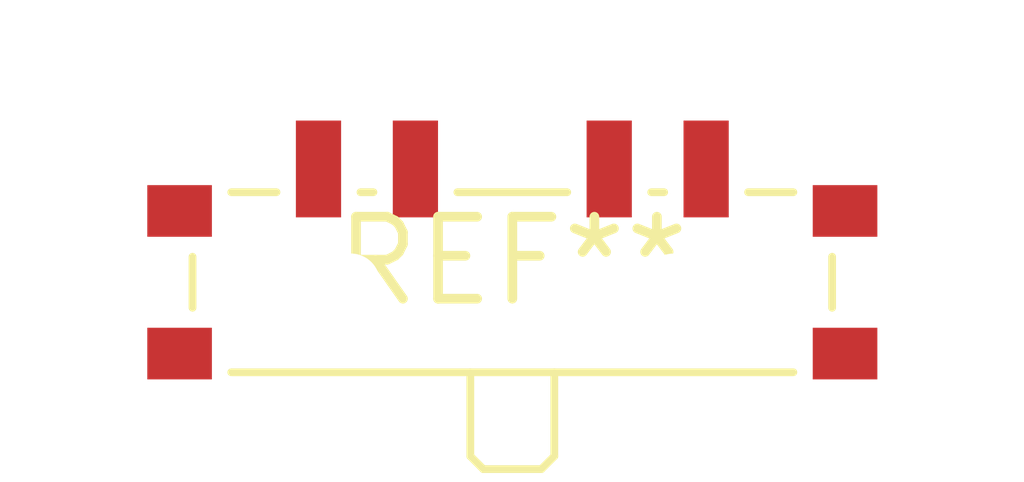
<source format=kicad_pcb>
(kicad_pcb (version 20240108) (generator pcbnew)
  (layers (0 "F.Cu" signal) (31 "B.Cu" signal) (34 "B.Paste" user) (35 "F.Paste" user) (36 "B.SilkS" user "B.Silkscreen") (37 "F.SilkS" user "F.Silkscreen") (38 "B.Mask" user) (39 "F.Mask" user) (44 "Edge.Cuts" user))
  (net 0 "")
  (footprint "SW_SP3T_PCM13" (layer "F.Cu") (at 0 0)
    (property "Reference" "REF**")
    (property "Value" "SW_SP3T_PCM13")
    (fp_line (start -4.95 -0.07) (end -4.95 0.72) (layer "F.SilkS") (stroke (width 0.12)))
    (fp_line (start -4.35 -1.07) (end -3.65 -1.07) (layer "F.SilkS") (stroke (width 0.12)))
    (fp_line (start -4.35 1.72) (end 4.35 1.72) (layer "F.SilkS") (stroke (width 0.12)))
    (fp_line (start -2.35 -1.07) (end -2.15 -1.07) (layer "F.SilkS") (stroke (width 0.12)))
    (fp_line (start -0.85 -1.07) (end 0.85 -1.07) (layer "F.SilkS") (stroke (width 0.12)))
    (fp_line (start -0.65 1.72) (end -0.65 3.02) (layer "F.SilkS") (stroke (width 0.12)))
    (fp_line (start -0.65 3.02) (end -0.45 3.22) (layer "F.SilkS") (stroke (width 0.12)))
    (fp_line (start 0.45 3.22) (end -0.45 3.22) (layer "F.SilkS") (stroke (width 0.12)))
    (fp_line (start 0.65 3.02) (end 0.45 3.22) (layer "F.SilkS") (stroke (width 0.12)))
    (fp_line (start 0.65 3.02) (end 0.65 1.72) (layer "F.SilkS") (stroke (width 0.12)))
    (fp_line (start 2.15 -1.07) (end 2.35 -1.07) (layer "F.SilkS") (stroke (width 0.12)))
    (fp_line (start 3.65 -1.07) (end 4.35 -1.07) (layer "F.SilkS") (stroke (width 0.12)))
    (fp_line (start 4.95 0.72) (end 4.95 -0.07) (layer "F.SilkS") (stroke (width 0.12)))
    (pad "" smd rect (at -5.15 -0.78) (size 1 0.8) (layers "F.Cu" "F.Paste" "F.Mask"))
    (pad "" smd rect (at -5.15 1.43) (size 1 0.8) (layers "F.Cu" "F.Paste" "F.Mask"))
    (pad "" np_thru_hole circle (at -2.5 0.33) (size 0.9 0.9) (drill 0.9) (layers *.Cu *.Mask))
    (pad "" np_thru_hole circle (at 2.5 0.33) (size 0.9 0.9) (drill 0.9) (layers *.Cu *.Mask))
    (pad "" smd rect (at 5.15 -0.78) (size 1 0.8) (layers "F.Cu" "F.Paste" "F.Mask"))
    (pad "" smd rect (at 5.15 1.43) (size 1 0.8) (layers "F.Cu" "F.Paste" "F.Mask"))
    (pad "1" smd rect (at -3 -1.43) (size 0.7 1.5) (layers "F.Cu" "F.Paste" "F.Mask"))
    (pad "2" smd rect (at -1.5 -1.43) (size 0.7 1.5) (layers "F.Cu" "F.Paste" "F.Mask"))
    (pad "3" smd rect (at 1.5 -1.43) (size 0.7 1.5) (layers "F.Cu" "F.Paste" "F.Mask"))
    (pad "4" smd rect (at 3 -1.43) (size 0.7 1.5) (layers "F.Cu" "F.Paste" "F.Mask"))
  )
)
</source>
